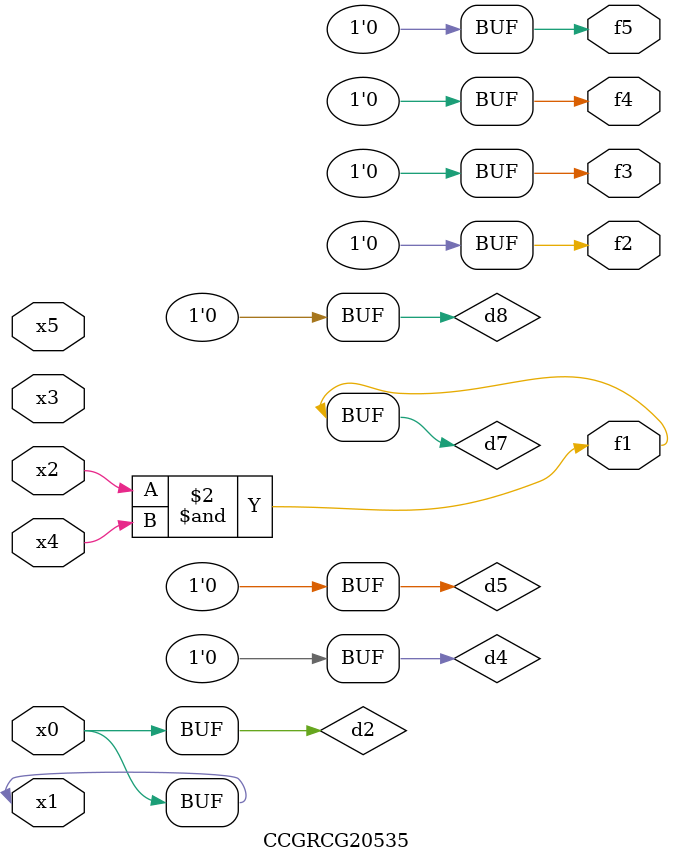
<source format=v>
module CCGRCG20535(
	input x0, x1, x2, x3, x4, x5,
	output f1, f2, f3, f4, f5
);

	wire d1, d2, d3, d4, d5, d6, d7, d8, d9;

	nand (d1, x1);
	buf (d2, x0, x1);
	nand (d3, x2, x4);
	and (d4, d1, d2);
	and (d5, d1, d2);
	nand (d6, d1, d3);
	not (d7, d3);
	xor (d8, d5);
	nor (d9, d5, d6);
	assign f1 = d7;
	assign f2 = d8;
	assign f3 = d8;
	assign f4 = d8;
	assign f5 = d8;
endmodule

</source>
